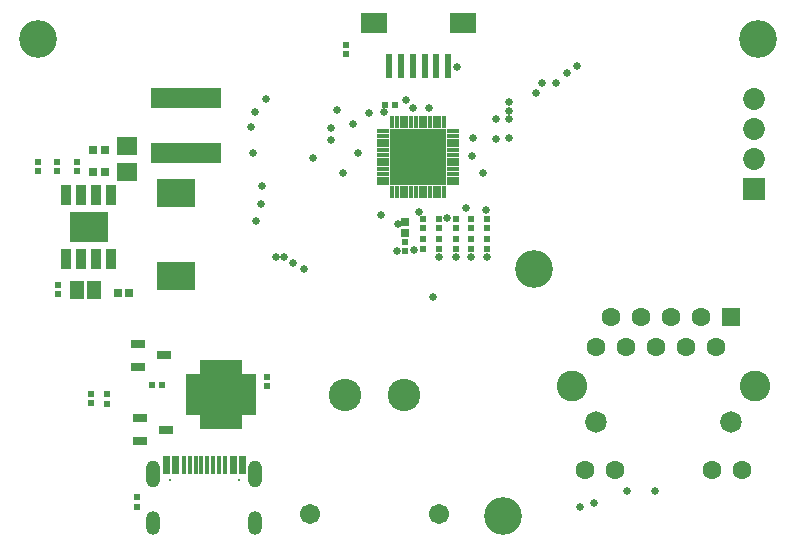
<source format=gbs>
G04*
G04 #@! TF.GenerationSoftware,Altium Limited,Altium Designer,23.8.1 (32)*
G04*
G04 Layer_Color=16711935*
%FSLAX44Y44*%
%MOMM*%
G71*
G04*
G04 #@! TF.SameCoordinates,4EFDB198-7814-4870-AD9F-EEE93015B5C1*
G04*
G04*
G04 #@! TF.FilePolarity,Negative*
G04*
G01*
G75*
%ADD21R,0.4725X0.4682*%
%ADD23R,0.4682X0.4725*%
%ADD24R,0.7154X0.6725*%
%ADD26R,0.6725X0.7154*%
%ADD55O,1.2032X2.0032*%
%ADD56C,0.2000*%
%ADD57O,1.2032X2.3032*%
%ADD58C,3.2000*%
%ADD59C,1.6032*%
%ADD60R,1.6032X1.6032*%
%ADD61C,1.8282*%
%ADD62C,2.6032*%
%ADD63C,2.7532*%
%ADD64C,1.7032*%
%ADD65R,1.8532X1.8532*%
%ADD66C,1.8532*%
%ADD67C,0.6532*%
%ADD95R,1.8062X1.6039*%
%ADD107R,0.3500X1.5500*%
%ADD108R,4.8532X4.8532*%
%ADD109R,0.4032X1.0532*%
%ADD110R,1.0532X0.4032*%
%ADD111R,3.3032X2.4032*%
%ADD112R,5.9032X1.8032*%
%ADD113R,0.6000X2.0000*%
%ADD114R,2.2000X1.7000*%
%ADD115R,0.8532X1.7282*%
%ADD116R,3.3032X2.6032*%
%ADD117R,1.3032X1.5532*%
%ADD118R,3.5532X3.5532*%
%ADD119R,1.2032X0.5032*%
%ADD120R,0.5032X1.2032*%
%ADD121R,1.3032X0.8032*%
D21*
X335500Y244979D02*
D03*
Y253022D02*
D03*
X364500Y247229D02*
D03*
Y255271D02*
D03*
X350750Y247229D02*
D03*
Y255271D02*
D03*
X379000Y247229D02*
D03*
Y255271D02*
D03*
X392000Y247229D02*
D03*
Y255271D02*
D03*
X405000Y247229D02*
D03*
Y255271D02*
D03*
X379000Y264707D02*
D03*
Y272750D02*
D03*
X364500Y272750D02*
D03*
Y264707D02*
D03*
X405250Y272750D02*
D03*
Y264707D02*
D03*
X392000Y264707D02*
D03*
Y272750D02*
D03*
X351000Y272750D02*
D03*
Y264707D02*
D03*
X286250Y411978D02*
D03*
Y420022D02*
D03*
X57750Y320771D02*
D03*
Y312729D02*
D03*
X41250Y312729D02*
D03*
Y320771D02*
D03*
X24750Y320771D02*
D03*
Y312729D02*
D03*
X42000Y208979D02*
D03*
Y217022D02*
D03*
X219000Y130978D02*
D03*
Y139022D02*
D03*
X109000Y37022D02*
D03*
Y28979D02*
D03*
X70000Y116479D02*
D03*
Y124522D02*
D03*
X83750Y116229D02*
D03*
Y124271D02*
D03*
D23*
X318979Y368750D02*
D03*
X327021D02*
D03*
X121728Y131750D02*
D03*
X129771D02*
D03*
D24*
X81536Y312000D02*
D03*
X71964D02*
D03*
Y330750D02*
D03*
X81536D02*
D03*
X102071Y209500D02*
D03*
X92500D02*
D03*
D26*
X335750Y269786D02*
D03*
Y260214D02*
D03*
D55*
X209200Y15000D02*
D03*
X122800D02*
D03*
D56*
X137100Y51500D02*
D03*
X194900D02*
D03*
D57*
X122800Y56800D02*
D03*
X209200D02*
D03*
D58*
X445000Y230000D02*
D03*
X418500Y21000D02*
D03*
X635000Y425000D02*
D03*
X25000D02*
D03*
D59*
X488350Y60250D02*
D03*
X513750D02*
D03*
X595550D02*
D03*
X620950D02*
D03*
X599100Y164350D02*
D03*
X586400Y189750D02*
D03*
X573700Y164350D02*
D03*
X561000Y189750D02*
D03*
X548300Y164350D02*
D03*
X535600Y189750D02*
D03*
X522900Y164350D02*
D03*
X510200Y189750D02*
D03*
X497500Y164350D02*
D03*
D60*
X611800Y189750D02*
D03*
D61*
Y100850D02*
D03*
X497500D02*
D03*
D62*
X632400Y131350D02*
D03*
X476900D02*
D03*
D63*
X285000Y123120D02*
D03*
X335000D02*
D03*
D64*
X365000Y23120D02*
D03*
X255000D02*
D03*
D65*
X631079Y297560D02*
D03*
D66*
Y322960D02*
D03*
Y348360D02*
D03*
Y373760D02*
D03*
D67*
X379750Y401500D02*
D03*
X360500Y318000D02*
D03*
Y311250D02*
D03*
X360250Y304290D02*
D03*
X360595Y325091D02*
D03*
X360540Y331500D02*
D03*
X360750Y338750D02*
D03*
X334000D02*
D03*
X359750Y206250D02*
D03*
X341750Y345210D02*
D03*
X334500Y344500D02*
D03*
X360960Y344750D02*
D03*
X334500Y308152D02*
D03*
X463750Y388000D02*
D03*
X472750Y396250D02*
D03*
X481500Y402250D02*
D03*
X446500Y379000D02*
D03*
X218500Y374500D02*
D03*
X209250Y363000D02*
D03*
X205500Y350000D02*
D03*
X207000Y328000D02*
D03*
X328750Y245250D02*
D03*
X326540Y339000D02*
D03*
X326750Y332750D02*
D03*
X327000Y320500D02*
D03*
X326540Y307500D02*
D03*
X326750Y313750D02*
D03*
X326858Y326843D02*
D03*
X326560Y345243D02*
D03*
X341717Y339210D02*
D03*
X342036Y314090D02*
D03*
Y320340D02*
D03*
X342178Y307497D02*
D03*
X341691Y332999D02*
D03*
X342036Y326590D02*
D03*
X334536Y314090D02*
D03*
Y320340D02*
D03*
X334191Y332999D02*
D03*
X334536Y326590D02*
D03*
X330105Y268002D02*
D03*
X250750Y230500D02*
D03*
X233374Y240124D02*
D03*
X226335Y239987D02*
D03*
X241000Y235500D02*
D03*
X423591Y340942D02*
D03*
X423841Y371192D02*
D03*
X413091Y340442D02*
D03*
X423750Y357000D02*
D03*
Y363750D02*
D03*
X413000Y357250D02*
D03*
X404417Y279809D02*
D03*
X387500Y282000D02*
D03*
X371750Y273000D02*
D03*
X318482Y363000D02*
D03*
X484107Y28414D02*
D03*
X496250Y32250D02*
D03*
X547250Y42500D02*
D03*
X524022Y42213D02*
D03*
X214750Y300250D02*
D03*
X214000Y285500D02*
D03*
X209500Y270750D02*
D03*
X278000Y364750D02*
D03*
X393000Y341250D02*
D03*
X401750Y311152D02*
D03*
X451750Y387750D02*
D03*
X283000Y311500D02*
D03*
X292000Y352750D02*
D03*
X304964Y362042D02*
D03*
X296000Y328750D02*
D03*
X273250Y339500D02*
D03*
X273500Y349250D02*
D03*
X343000Y366500D02*
D03*
X336500Y373250D02*
D03*
X356250Y366750D02*
D03*
X315750Y276000D02*
D03*
X343500Y246250D02*
D03*
X379000Y240250D02*
D03*
X364500Y240500D02*
D03*
X392000D02*
D03*
X405000Y240000D02*
D03*
X257750Y323750D02*
D03*
X392316Y326130D02*
D03*
X347750Y278500D02*
D03*
D95*
X100500Y311989D02*
D03*
Y334011D02*
D03*
D107*
X183500Y64550D02*
D03*
X178500D02*
D03*
X168500D02*
D03*
X163500D02*
D03*
X158500D02*
D03*
X153500D02*
D03*
X148500D02*
D03*
X143000D02*
D03*
X140000D02*
D03*
X189000D02*
D03*
X192000D02*
D03*
X173500D02*
D03*
X132250D02*
D03*
X199750D02*
D03*
X135250D02*
D03*
X196750D02*
D03*
D108*
X347000Y324750D02*
D03*
D109*
X369000Y354250D02*
D03*
X365000D02*
D03*
X361000D02*
D03*
X357000D02*
D03*
X353000D02*
D03*
X349000D02*
D03*
X345000D02*
D03*
X341000D02*
D03*
X337000D02*
D03*
X333000D02*
D03*
X329000D02*
D03*
X325000D02*
D03*
Y295250D02*
D03*
X329000D02*
D03*
X333000D02*
D03*
X337000D02*
D03*
X341000D02*
D03*
X345000D02*
D03*
X349000D02*
D03*
X353000D02*
D03*
X357000D02*
D03*
X361000D02*
D03*
X365000D02*
D03*
X369000D02*
D03*
D110*
X317500Y346750D02*
D03*
Y342750D02*
D03*
Y338750D02*
D03*
Y334750D02*
D03*
Y330750D02*
D03*
Y326750D02*
D03*
Y322750D02*
D03*
Y318750D02*
D03*
Y314750D02*
D03*
Y310750D02*
D03*
Y306750D02*
D03*
Y302750D02*
D03*
X376500D02*
D03*
Y306750D02*
D03*
Y310750D02*
D03*
Y314750D02*
D03*
Y318750D02*
D03*
Y322750D02*
D03*
Y326750D02*
D03*
Y330750D02*
D03*
Y334750D02*
D03*
Y338750D02*
D03*
Y342750D02*
D03*
Y346750D02*
D03*
D111*
X142250Y294500D02*
D03*
Y224500D02*
D03*
D112*
X150750Y375250D02*
D03*
Y328250D02*
D03*
D113*
X342500Y401750D02*
D03*
X352500D02*
D03*
X322500D02*
D03*
X332500D02*
D03*
X372500D02*
D03*
X362500D02*
D03*
D114*
X385000Y438250D02*
D03*
X310000D02*
D03*
D115*
X87050Y238380D02*
D03*
X74350D02*
D03*
X61650D02*
D03*
X48950D02*
D03*
Y292620D02*
D03*
X61650D02*
D03*
X74350D02*
D03*
X87050D02*
D03*
D116*
X68000Y265500D02*
D03*
D117*
X72500Y212750D02*
D03*
X58500D02*
D03*
D118*
X180000Y124000D02*
D03*
D119*
X156500Y139000D02*
D03*
Y134000D02*
D03*
Y129000D02*
D03*
Y124000D02*
D03*
Y119000D02*
D03*
Y114000D02*
D03*
Y109000D02*
D03*
X203500D02*
D03*
Y114000D02*
D03*
Y119000D02*
D03*
Y124000D02*
D03*
Y129000D02*
D03*
Y134000D02*
D03*
Y139000D02*
D03*
D120*
X165000Y100500D02*
D03*
X170000D02*
D03*
X175000D02*
D03*
X180000D02*
D03*
X185000D02*
D03*
X190000D02*
D03*
X195000D02*
D03*
Y147500D02*
D03*
X190000D02*
D03*
X185000D02*
D03*
X180000D02*
D03*
X175000D02*
D03*
X170000D02*
D03*
X165000D02*
D03*
D121*
X132000Y157000D02*
D03*
X110000Y166500D02*
D03*
Y147500D02*
D03*
X133750Y94250D02*
D03*
X111750Y103750D02*
D03*
Y84750D02*
D03*
M02*

</source>
